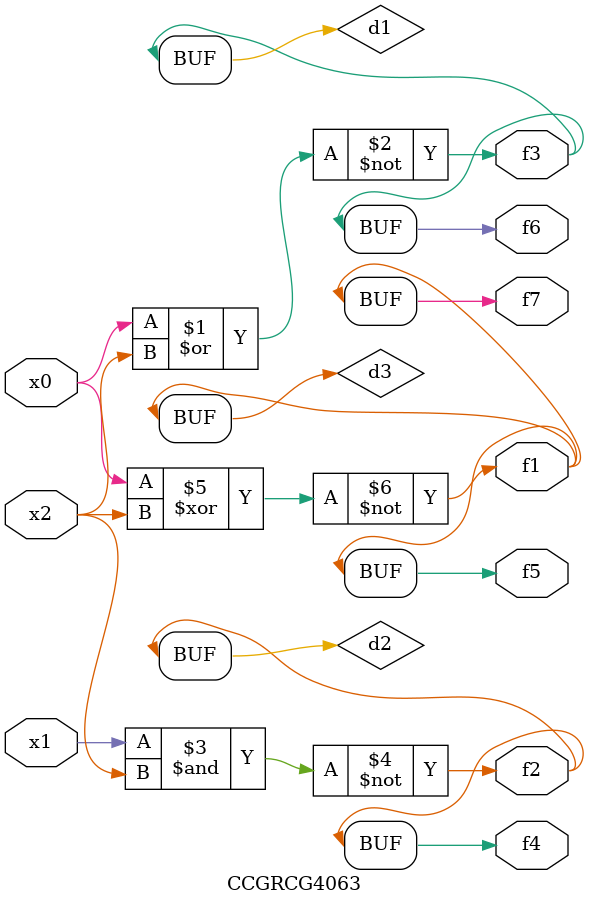
<source format=v>
module CCGRCG4063(
	input x0, x1, x2,
	output f1, f2, f3, f4, f5, f6, f7
);

	wire d1, d2, d3;

	nor (d1, x0, x2);
	nand (d2, x1, x2);
	xnor (d3, x0, x2);
	assign f1 = d3;
	assign f2 = d2;
	assign f3 = d1;
	assign f4 = d2;
	assign f5 = d3;
	assign f6 = d1;
	assign f7 = d3;
endmodule

</source>
